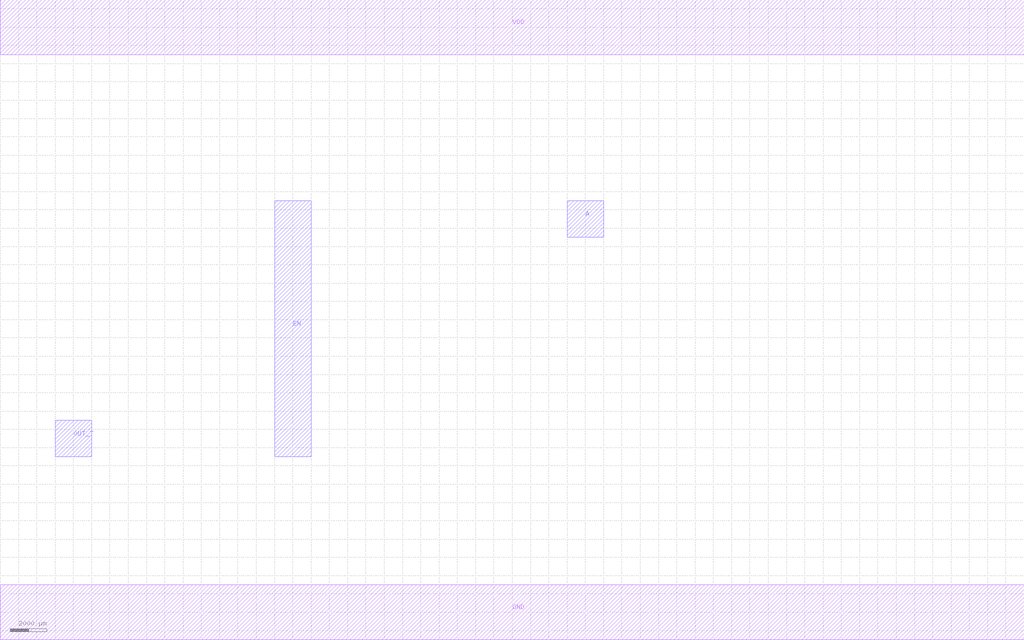
<source format=lef>
MACRO GPIORIGHT
 CLASS CORE ;
 ORIGIN 0 0 ;
 FOREIGN GPIORIGHT 0 0 ;
 SITE CORE ;
 SYMMETRY X Y R90 ;
  PIN VDD
   DIRECTION INOUT ;
   USE SIGNAL ;
   SHAPE ABUTMENT ;
    PORT
     CLASS CORE ;
       LAYER metal1 ;
        RECT 0.00000000 30500.00000000 56000.00000000 33500.00000000 ;
    END
  END VDD

  PIN GND
   DIRECTION INOUT ;
   USE SIGNAL ;
   SHAPE ABUTMENT ;
    PORT
     CLASS CORE ;
       LAYER metal1 ;
        RECT 0.00000000 -1500.00000000 56000.00000000 1500.00000000 ;
    END
  END GND

  PIN OUT_T
   DIRECTION INOUT ;
   USE SIGNAL ;
   SHAPE ABUTMENT ;
    PORT
     CLASS CORE ;
       LAYER metal2 ;
        RECT 3000.00000000 8500.00000000 5000.00000000 10500.00000000 ;
    END
  END OUT_T

  PIN EN
   DIRECTION INOUT ;
   USE SIGNAL ;
   SHAPE ABUTMENT ;
    PORT
     CLASS CORE ;
       LAYER metal2 ;
        RECT 15000.00000000 8500.00000000 17000.00000000 22500.00000000 ;
    END
  END EN

  PIN A
   DIRECTION INOUT ;
   USE SIGNAL ;
   SHAPE ABUTMENT ;
    PORT
     CLASS CORE ;
       LAYER metal2 ;
        RECT 31000.00000000 20500.00000000 33000.00000000 22500.00000000 ;
    END
  END A


END GPIORIGHT

</source>
